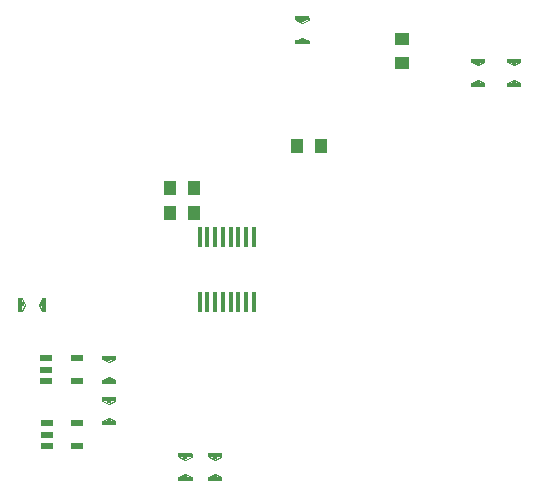
<source format=gtp>
G04*
G04 #@! TF.GenerationSoftware,Altium Limited,Altium Designer,19.1.6 (110)*
G04*
G04 Layer_Color=8421504*
%FSLAX43Y43*%
%MOMM*%
G71*
G01*
G75*
%ADD15C,0.102*%
G04:AMPARAMS|DCode=17|XSize=0.406mm|YSize=1.168mm|CornerRadius=0.102mm|HoleSize=0mm|Usage=FLASHONLY|Rotation=270.000|XOffset=0mm|YOffset=0mm|HoleType=Round|Shape=RoundedRectangle|*
%AMROUNDEDRECTD17*
21,1,0.406,0.965,0,0,270.0*
21,1,0.203,1.168,0,0,270.0*
1,1,0.203,-0.483,-0.102*
1,1,0.203,-0.483,0.102*
1,1,0.203,0.483,0.102*
1,1,0.203,0.483,-0.102*
%
%ADD17ROUNDEDRECTD17*%
G04:AMPARAMS|DCode=18|XSize=0.406mm|YSize=1.168mm|CornerRadius=0.061mm|HoleSize=0mm|Usage=FLASHONLY|Rotation=90.000|XOffset=0mm|YOffset=0mm|HoleType=Round|Shape=RoundedRectangle|*
%AMROUNDEDRECTD18*
21,1,0.406,1.046,0,0,90.0*
21,1,0.284,1.168,0,0,90.0*
1,1,0.122,0.523,0.142*
1,1,0.122,0.523,-0.142*
1,1,0.122,-0.523,-0.142*
1,1,0.122,-0.523,0.142*
%
%ADD18ROUNDEDRECTD18*%
G04:AMPARAMS|DCode=19|XSize=0.406mm|YSize=1.168mm|CornerRadius=0.061mm|HoleSize=0mm|Usage=FLASHONLY|Rotation=0.000|XOffset=0mm|YOffset=0mm|HoleType=Round|Shape=RoundedRectangle|*
%AMROUNDEDRECTD19*
21,1,0.406,1.046,0,0,0.0*
21,1,0.284,1.168,0,0,0.0*
1,1,0.122,0.142,-0.523*
1,1,0.122,-0.142,-0.523*
1,1,0.122,-0.142,0.523*
1,1,0.122,0.142,0.523*
%
%ADD19ROUNDEDRECTD19*%
%ADD20R,0.381X0.229*%
%ADD21R,0.686X0.102*%
%ADD22R,0.724X0.127*%
%ADD23R,0.229X0.381*%
%ADD24R,0.102X0.686*%
%ADD25R,0.127X0.724*%
%ADD26R,1.016X1.270*%
%ADD27R,1.270X1.016*%
%ADD28R,1.000X0.600*%
%ADD29R,0.350X1.750*%
D15*
X86868Y87859D02*
X87401Y88113D01*
X87935Y87859D01*
X87401Y89332D02*
X87935Y89586D01*
X86868D02*
X87401Y89332D01*
X87935Y89586D02*
Y89802D01*
X86868Y89586D02*
Y89802D01*
Y87643D02*
Y87859D01*
X87935Y87643D02*
Y87859D01*
X77500Y52360D02*
X78033Y52614D01*
X76967D02*
X77500Y52360D01*
X76967Y50886D02*
X77500Y51140D01*
X78033Y50886D01*
X76967Y50671D02*
Y50886D01*
X78033Y50671D02*
Y50886D01*
Y52614D02*
Y52829D01*
X76967Y52614D02*
Y52829D01*
X79467Y52614D02*
Y52829D01*
X80533Y52614D02*
Y52829D01*
Y50670D02*
Y50886D01*
X79467Y50670D02*
Y50886D01*
X80000Y51140D02*
X80533Y50886D01*
X79467D02*
X80000Y51140D01*
X79467Y52614D02*
X80000Y52360D01*
X80533Y52614D01*
X71000Y60610D02*
X71533Y60864D01*
X70467D02*
X71000Y60610D01*
X70467Y59136D02*
X71000Y59390D01*
X71533Y59136D01*
X70467Y58920D02*
Y59136D01*
X71533Y58920D02*
Y59136D01*
X71533Y60864D02*
Y61079D01*
X70467Y60864D02*
Y61079D01*
X104775Y84277D02*
X105308Y84531D01*
X105842Y84277D01*
X105308Y85750D02*
X105842Y86004D01*
X104775D02*
X105308Y85750D01*
X105842Y86004D02*
Y86220D01*
X104775Y86004D02*
Y86220D01*
Y84061D02*
Y84277D01*
X105842Y84061D02*
Y84277D01*
X101752Y84277D02*
X102286Y84531D01*
X102819Y84277D01*
X102286Y85750D02*
X102819Y86004D01*
X101752D02*
X102286Y85750D01*
X102819Y86004D02*
Y86220D01*
X101752Y86004D02*
Y86220D01*
Y84061D02*
Y84277D01*
X102819Y84061D02*
Y84277D01*
X65110Y65500D02*
X65364Y64967D01*
X65110Y65500D02*
X65364Y66033D01*
X63636D02*
X63890Y65500D01*
X63636Y64967D02*
X63890Y65500D01*
X63420Y66033D02*
X63636D01*
X63420Y64967D02*
X63636D01*
X65364D02*
X65579D01*
X65364Y66033D02*
X65579D01*
X70467Y55636D02*
X71000Y55890D01*
X71533Y55636D01*
X71000Y57110D02*
X71533Y57364D01*
X70467D02*
X71000Y57110D01*
X71533Y57364D02*
Y57579D01*
X70467Y57364D02*
Y57579D01*
Y55421D02*
Y55636D01*
X71533Y55421D02*
Y55636D01*
D17*
X87401Y89738D02*
D03*
Y87706D02*
D03*
D18*
X77500Y50734D02*
D03*
Y52766D02*
D03*
X80000Y52766D02*
D03*
X80000Y50734D02*
D03*
X71000Y58984D02*
D03*
Y61016D02*
D03*
X105308Y86157D02*
D03*
X105308Y84125D02*
D03*
X102286Y86157D02*
D03*
Y84125D02*
D03*
X71000Y57516D02*
D03*
Y55484D02*
D03*
D19*
X63484Y65500D02*
D03*
X65516D02*
D03*
D20*
X87414Y87947D02*
D03*
Y89497D02*
D03*
X77487Y52525D02*
D03*
X77487Y50975D02*
D03*
X79987Y50975D02*
D03*
X79987Y52525D02*
D03*
X70987Y60775D02*
D03*
X70987Y59225D02*
D03*
X105321Y84366D02*
D03*
X105321Y85915D02*
D03*
X102298Y84366D02*
D03*
X102299Y85915D02*
D03*
X71013Y55725D02*
D03*
X71013Y57275D02*
D03*
D21*
X87414Y87935D02*
D03*
Y89510D02*
D03*
X77487Y52538D02*
D03*
Y50963D02*
D03*
X79987Y50963D02*
D03*
X79987Y52537D02*
D03*
X70987Y60788D02*
D03*
X70987Y59213D02*
D03*
X105321Y84353D02*
D03*
X105321Y85928D02*
D03*
X102298Y84353D02*
D03*
Y85928D02*
D03*
X71013Y55713D02*
D03*
X71013Y57287D02*
D03*
D22*
X87408Y89624D02*
D03*
X77494Y50848D02*
D03*
X79994Y50848D02*
D03*
X70994Y59099D02*
D03*
X105315Y86042D02*
D03*
X102292Y86042D02*
D03*
X71006Y57402D02*
D03*
D23*
X65275Y65513D02*
D03*
X63725Y65513D02*
D03*
D24*
X65287Y65513D02*
D03*
X63713D02*
D03*
D25*
X63598Y65506D02*
D03*
D26*
X89027Y78892D02*
D03*
X86995D02*
D03*
X76234Y75347D02*
D03*
X78266D02*
D03*
X76234Y73293D02*
D03*
X78266D02*
D03*
D27*
X95834Y87986D02*
D03*
Y85954D02*
D03*
D28*
X68350Y53550D02*
D03*
Y55450D02*
D03*
X65750Y54500D02*
D03*
Y53550D02*
D03*
Y55450D02*
D03*
X68300Y59050D02*
D03*
Y60950D02*
D03*
X65700Y60000D02*
D03*
Y59050D02*
D03*
Y60950D02*
D03*
D29*
X78725Y71262D02*
D03*
X83275D02*
D03*
X82625D02*
D03*
X81975D02*
D03*
X81325D02*
D03*
X80675D02*
D03*
X80025D02*
D03*
X79375D02*
D03*
X83275Y65738D02*
D03*
X82625D02*
D03*
X81975D02*
D03*
X81325D02*
D03*
X80675D02*
D03*
X80025D02*
D03*
X79375D02*
D03*
X78725D02*
D03*
M02*

</source>
